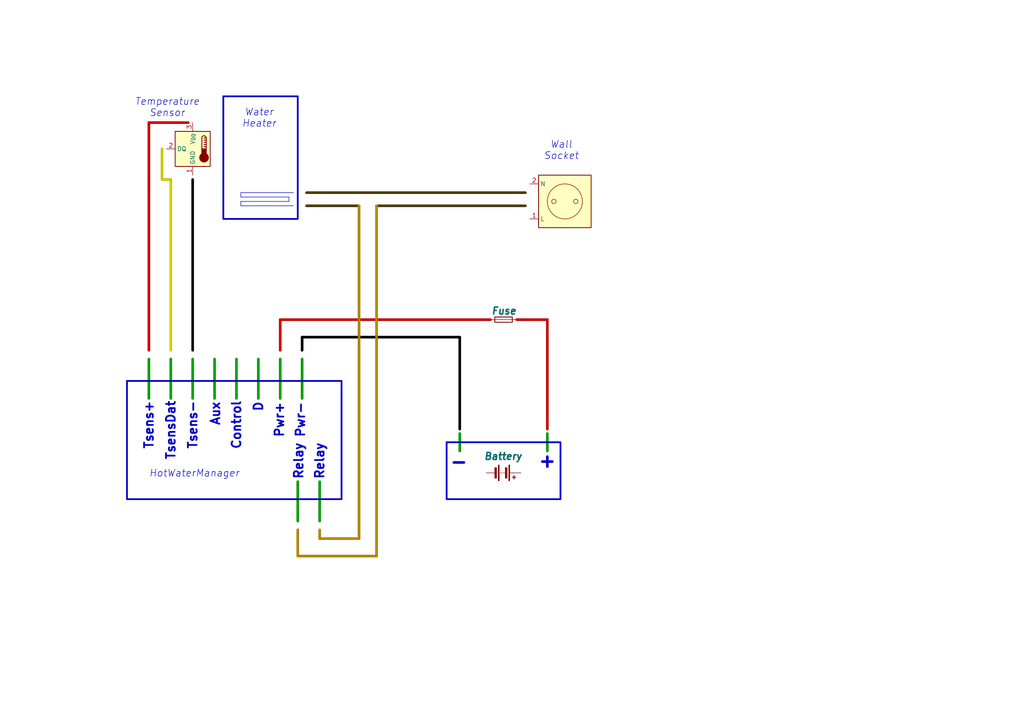
<source format=kicad_sch>
(kicad_sch (version 20231120) (generator "eeschema") (generator_version "8.0")
  (paper "A4")
  (lib_symbols
    (symbol "Connector:Conn_Plug_2P"
      (property "Reference" "P" (at -7.112 8.636 0))
      (property "Value" "Conn_Plug_2P" (at 0.254 -8.89 0))
      (symbol "Conn_Plug_2P_0_1"
        (circle (center 0 0) (radius 5.08))
      )
      (symbol "Conn_Plug_2P_1_1"
        (rectangle (start -7.62 7.62) (end 7.62 -7.62) (stroke (width 0.254)) (fill (type background)))
        (circle (center -3.175 0) (radius 0.635))
        (circle (center 3.175 0) (radius 0.635))
        (pin power_in line (at 10.16 5.08 180) (length 2.54) (name "L") (number "1"))
        (pin power_out line (at 10.16 -5.08 180) (length 2.54) (name "N") (number "2"))
      )
    )
    (symbol "Device:Battery" (pin_numbers hide) (pin_names (offset 0) hide)
      (property "Reference" "BT" (at 2.54 2.54 0))
      (property "Value" "Battery" (at 2.54 0 0))
      (symbol "Battery_0_1"
        (rectangle (start -2.286 -1.27) (end 2.286 -1.524) (fill (type outline)))
        (rectangle (start -2.286 1.778) (end 2.286 1.524) (fill (type outline)))
        (rectangle (start -1.524 -2.032) (end 1.524 -2.54) (fill (type outline)))
        (rectangle (start -1.524 1.016) (end 1.524 0.508) (fill (type outline)))
        (polyline (pts (xy 0 -1.016) (xy 0 -0.762)))
        (polyline (pts (xy 0 -0.508) (xy 0 -0.254)))
        (polyline (pts (xy 0 0) (xy 0 0.254)))
        (polyline (pts (xy 0 1.778) (xy 0 2.54)))
        (polyline (pts (xy 0.762 3.048) (xy 1.778 3.048)) (stroke (width 0.254)))
        (polyline (pts (xy 1.27 3.556) (xy 1.27 2.54)) (stroke (width 0.254)))
      )
      (symbol "Battery_1_1"
        (pin passive line (at 0 5.08 270) (length 2.54) (name "+") (number "1"))
        (pin passive line (at 0 -5.08 90) (length 2.54) (name "-") (number "2"))
      )
    )
    (symbol "Device:Fuse" (pin_numbers hide) (pin_names (offset 0))
      (property "Reference" "F" (at 2.032 0 90))
      (property "Value" "Fuse" (at -1.905 0 90))
      (symbol "Fuse_0_1"
        (rectangle (start -0.762 -2.54) (end 0.762 2.54) (stroke (width 0.254)))
        (polyline (pts (xy 0 2.54) (xy 0 -2.54)))
      )
      (symbol "Fuse_1_1"
        (pin passive line (at 0 3.81 270) (length 1.27) (name "~") (number "1"))
        (pin passive line (at 0 -3.81 90) (length 1.27) (name "~") (number "2"))
      )
    )
    (symbol "Sensor_Temperature:DS18B20"
      (property "Reference" "U" (at -3.81 6.35 0))
      (property "Value" "DS18B20" (at 6.35 6.35 0))
      (symbol "DS18B20_0_1"
        (rectangle (start -5.08 5.08) (end 5.08 -5.08) (stroke (width 0.254)) (fill (type background)))
        (circle (center -3.302 -2.54) (radius 1.27) (stroke (width 0.254)) (fill (type outline)))
        (rectangle (start -2.667 -1.905) (end -3.937 0) (stroke (width 0.254)) (fill (type outline)))
        (arc (start -2.667 3.175) (mid -3.302 3.8073) (end -3.937 3.175) (stroke (width 0.254)))
        (polyline (pts (xy -3.937 0.635) (xy -3.302 0.635)) (stroke (width 0.254)))
        (polyline (pts (xy -3.937 1.27) (xy -3.302 1.27)) (stroke (width 0.254)))
        (polyline (pts (xy -3.937 1.905) (xy -3.302 1.905)) (stroke (width 0.254)))
        (polyline (pts (xy -3.937 2.54) (xy -3.302 2.54)) (stroke (width 0.254)))
        (polyline (pts (xy -3.937 3.175) (xy -3.937 0)) (stroke (width 0.254)))
        (polyline (pts (xy -3.937 3.175) (xy -3.302 3.175)) (stroke (width 0.254)))
        (polyline (pts (xy -2.667 3.175) (xy -2.667 0)) (stroke (width 0.254)))
      )
      (symbol "DS18B20_1_1"
        (pin power_in line (at 0 -7.62 90) (length 2.54) (name "GND") (number "1"))
        (pin bidirectional line (at 7.62 0 180) (length 2.54) (name "DQ") (number "2"))
        (pin power_in line (at 0 7.62 270) (length 2.54) (name "V_{DD}") (number "3"))
      )
    )
  )
  (wire (pts (xy 142.24 92.71) (xy 81.28 92.71)) (stroke (width 0.762) (color 194 0 0 1)))
  (wire (pts (xy 158.75 92.71) (xy 158.75 124.46)) (stroke (width 0.762) (color 194 0 0 1)))
  (wire (pts (xy 92.71 153.67) (xy 92.71 156.21)) (stroke (width 0.762) (color 167 125 0 1)))
  (wire (pts (xy 74.93 104.14) (xy 74.93 115.57)) (stroke (width 0.762)))
  (wire (pts (xy 55.88 52.07) (xy 55.88 101.6)) (stroke (width 0.762) (color 0 0 0 1)))
  (wire (pts (xy 109.22 161.29) (xy 86.36 161.29)) (stroke (width 0.762) (color 167 125 0 1)))
  (wire (pts (xy 43.18 35.56) (xy 43.18 101.6)) (stroke (width 0.762) (color 194 0 0 1)))
  (polyline (pts (xy 69.85 58.42) (xy 83.82 58.42)))
  (polyline (pts (xy 83.82 57.15) (xy 69.85 57.15)))
  (wire (pts (xy 86.36 139.7) (xy 86.36 151.13)) (stroke (width 0.762)))
  (wire (pts (xy 88.9 55.88) (xy 152.4 55.88)) (stroke (width 0.762) (color 64 48 0 1)))
  (wire (pts (xy 49.53 104.14) (xy 49.53 115.57)) (stroke (width 0.762)))
  (wire (pts (xy 109.22 59.69) (xy 109.22 161.29)) (stroke (width 0.762) (color 167 125 0 1)))
  (wire (pts (xy 49.53 52.07) (xy 49.53 101.6)) (stroke (width 0.762) (color 194 194 0 1)))
  (wire (pts (xy 88.9 59.69) (xy 104.14 59.69)) (stroke (width 0.762) (color 64 48 0 1)))
  (wire (pts (xy 54.61 35.56) (xy 43.18 35.56)) (stroke (width 0.762) (color 194 0 0 1)))
  (wire (pts (xy 46.99 43.18) (xy 46.99 52.07)) (stroke (width 0.762) (color 194 194 0 1)))
  (wire (pts (xy 86.36 153.67) (xy 86.36 161.29)) (stroke (width 0.762) (color 167 125 0 1)))
  (wire (pts (xy 68.58 104.14) (xy 68.58 115.57)) (stroke (width 0.762)))
  (wire (pts (xy 133.35 125.73) (xy 133.35 130.81)) (stroke (width 0.762)))
  (wire (pts (xy 104.14 156.21) (xy 104.14 59.69)) (stroke (width 0.762) (color 167 125 0 1)))
  (polyline (pts (xy 69.85 59.69) (xy 69.85 58.42)))
  (wire (pts (xy 158.75 125.73) (xy 158.75 130.81)) (stroke (width 0.762)))
  (wire (pts (xy 62.23 104.14) (xy 62.23 115.57)) (stroke (width 0.762)))
  (polyline (pts (xy 69.85 57.15) (xy 69.85 55.88)))
  (wire (pts (xy 92.71 139.7) (xy 92.71 151.13)) (stroke (width 0.762)))
  (wire (pts (xy 43.18 104.14) (xy 43.18 115.57)) (stroke (width 0.762)))
  (wire (pts (xy 133.35 97.79) (xy 87.63 97.79)) (stroke (width 0.762) (color 0 0 0 1)))
  (wire (pts (xy 55.88 104.14) (xy 55.88 115.57)) (stroke (width 0.762)))
  (wire (pts (xy 87.63 104.14) (xy 87.63 115.57)) (stroke (width 0.762)))
  (polyline (pts (xy 85.09 59.69) (xy 69.85 59.69)))
  (wire (pts (xy 158.75 92.71) (xy 149.86 92.71)) (stroke (width 0.762) (color 194 0 0 1)))
  (wire (pts (xy 92.71 156.21) (xy 104.14 156.21)) (stroke (width 0.762) (color 167 125 0 1)))
  (wire (pts (xy 81.28 92.71) (xy 81.28 101.6)) (stroke (width 0.762) (color 194 0 0 1)))
  (wire (pts (xy 46.99 52.07) (xy 49.53 52.07)) (stroke (width 0.762) (color 194 194 0 1)))
  (polyline (pts (xy 69.85 55.88) (xy 85.09 55.88)))
  (wire (pts (xy 87.63 97.79) (xy 87.63 101.6)) (stroke (width 0.762) (color 0 0 0 1)))
  (wire (pts (xy 133.35 97.79) (xy 133.35 124.46)) (stroke (width 0.762) (color 0 0 0 1)))
  (wire (pts (xy 109.22 59.69) (xy 152.4 59.69)) (stroke (width 0.762) (color 64 48 0 1)))
  (wire (pts (xy 81.28 104.14) (xy 81.28 115.57)) (stroke (width 0.762)))
  (polyline (pts (xy 83.82 58.42) (xy 83.82 57.15)))
  (rectangle (start 36.83 110.49) (end 99.06 144.78) (stroke (width 0.508)))
  (rectangle (start 64.77 27.94) (end 86.36 63.5) (stroke (width 0.508)))
  (rectangle (start 129.54 128.27) (end 162.56 144.78) (stroke (width 0.508)))
  (text "D" (at 74.93 118.11 90) (effects (font (size 2.54 2.54) (thickness 0.508) (bold yes))))
  (text "HotWaterManager" (at 56.388 137.414 0) (effects (font (size 2.032 2.032) (italic yes))))
  (text "Relay" (at 92.71 133.858 90) (effects (font (size 2.54 2.54) (thickness 0.508) (bold yes))))
  (text "Temperature\nSensor" (at 48.514 31.242 0) (effects (font (size 2.032 2.032) (italic yes))))
  (text "Relay" (at 86.614 133.858 90) (effects (font (size 2.54 2.54) (thickness 0.508) (bold yes))))
  (text "Control" (at 68.58 123.444 90) (effects (font (size 2.54 2.54) (thickness 0.508) (bold yes))))
  (text "+" (at 158.75 133.858 0) (effects (font (size 3.81 3.81) (thickness 0.762) (bold yes))))
  (text "Pwr+" (at 81.026 121.92 90) (effects (font (size 2.54 2.54) (thickness 0.508) (bold yes))))
  (text "Aux" (at 62.484 120.142 90) (effects (font (size 2.54 2.54) (thickness 0.508) (bold yes))))
  (text "-" (at 133.096 134.112 0) (effects (font (size 3.81 3.81) (bold yes))))
  (text "Water\nHeater" (at 75.184 34.29 0) (effects (font (size 2.032 2.032) (italic yes))))
  (text "Tsens-" (at 55.88 123.444 90) (effects (font (size 2.54 2.54) (thickness 0.508) (bold yes))))
  (text "Wall\nSocket" (at 162.814 43.688 0) (effects (font (size 2.032 2.032) (italic yes))))
  (text "Tsens+" (at 43.18 123.444 90) (effects (font (size 2.54 2.54) (thickness 0.508) (bold yes))))
  (text "TsensDat" (at 49.53 124.968 90) (effects (font (size 2.54 2.54) (thickness 0.508) (bold yes))))
  (text "Pwr-" (at 87.122 121.92 90) (effects (font (size 2.54 2.54) (thickness 0.508) (bold yes))))
  (symbol (lib_id "Connector:Conn_Plug_2P") (at 163.83 58.42 180) (unit 1)
    (property "Reference" "P1" (effects (hide yes)))
    (property "Value" "Conn_Plug_2P" (effects (hide yes)))
    (property "Description" "2 Pins non-protected generic plug" (effects (hide yes)))
  )
  (symbol (lib_id "Sensor_Temperature:DS18B20") (at 55.88 43.18 0) (mirror y) (unit 1)
    (property "Reference" "U1" (effects (hide yes)))
    (property "Value" "DS18B20" (effects (hide yes)))
    (property "Footprint" "Package_TO_SOT_THT:TO-92_Inline" (effects (hide yes)))
    (property "Datasheet" "http://datasheets.maximintegrated.com/en/ds/DS18B20.pdf" (effects (hide yes)))
    (property "Description" "Programmable Resolution 1-Wire Digital Thermometer TO-92" (effects (hide yes)))
  )
  (symbol (lib_id "Device:Fuse") (at 146.05 92.71 270) (unit 1)
    (property "Reference" "F2" (effects (hide yes)))
    (property "Value" "Fuse" (at 146.05 90.17 90) (effects (font (size 2.032 2.032) (bold yes) (italic yes))))
    (property "Description" "Fuse" (effects (hide yes)))
  )
  (symbol (lib_id "Device:Battery") (at 146.05 137.16 270) (unit 1)
    (property "Reference" "BT1" (effects (hide yes)))
    (property "Value" "Battery" (at 145.796 132.334 90) (effects (font (size 2.032 2.032) (bold yes) (italic yes))))
    (property "Description" "Multiple-cell battery" (effects (hide yes)))
  )
)
</source>
